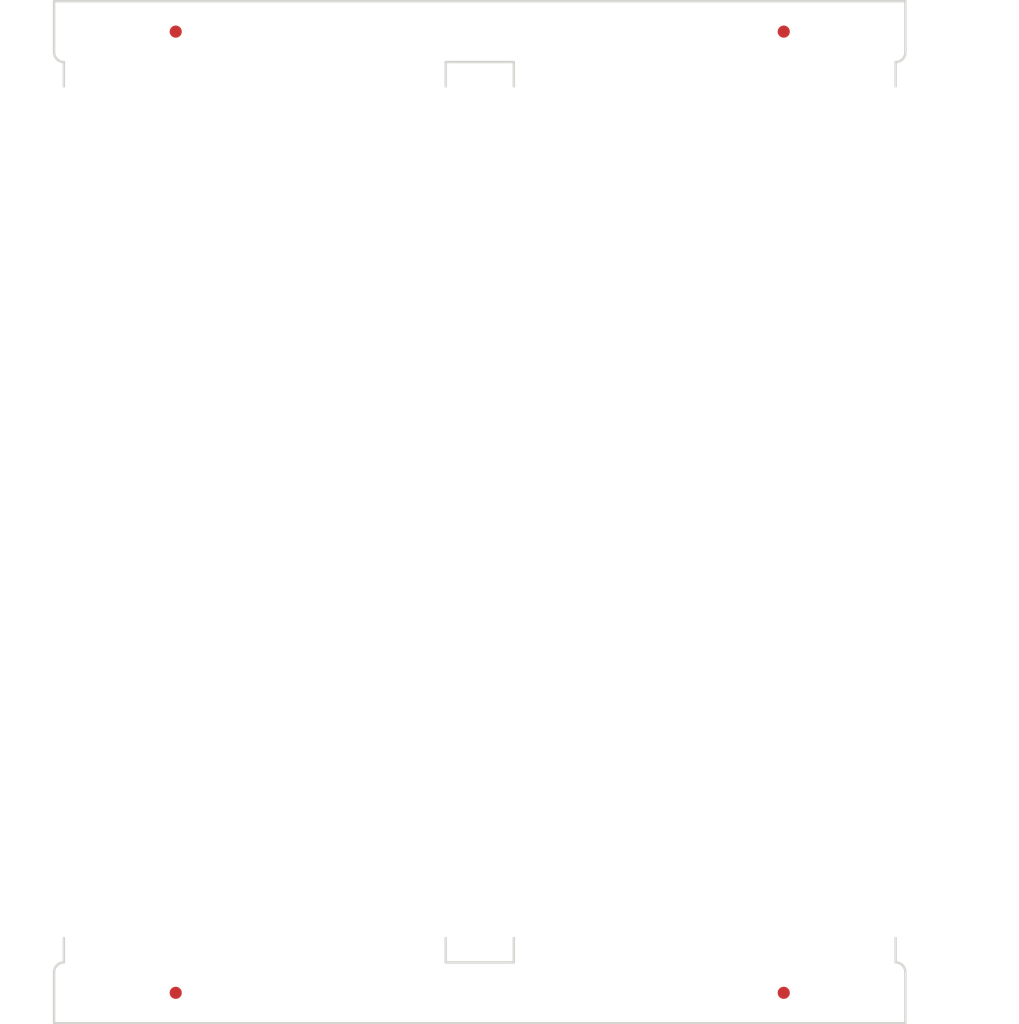
<source format=kicad_pcb>
(kicad_pcb (version 20200104) (host pcbnew "(5.99.0-812-g5d5363396)")

  (general
    (thickness 1.6)
    (drawings 32)
    (tracks 0)
    (modules 8)
    (nets 1)
  )

  (page "A4")
  (title_block
    (title "STM32 DS2480 USB Stick")
    (date "2020-01-26")
    (company "Ali Tekin")
  )

  (layers
    (0 "F.Cu" signal)
    (31 "B.Cu" signal)
    (32 "B.Adhes" user)
    (33 "F.Adhes" user)
    (34 "B.Paste" user)
    (35 "F.Paste" user)
    (36 "B.SilkS" user)
    (37 "F.SilkS" user)
    (38 "B.Mask" user)
    (39 "F.Mask" user)
    (40 "Dwgs.User" user)
    (41 "Cmts.User" user)
    (42 "Eco1.User" user)
    (43 "Eco2.User" user)
    (44 "Edge.Cuts" user)
    (45 "Margin" user)
    (46 "B.CrtYd" user)
    (47 "F.CrtYd" user)
    (48 "B.Fab" user)
    (49 "F.Fab" user)
  )

  (setup
    (last_trace_width 0.25)
    (trace_clearance 0.2)
    (zone_clearance 0.2)
    (zone_45_only no)
    (trace_min 0.2)
    (via_size 0.6)
    (via_drill 0.3)
    (via_min_size 0.4)
    (via_min_drill 0.3)
    (uvia_size 0.3)
    (uvia_drill 0.1)
    (uvias_allowed no)
    (uvia_min_size 0.2)
    (uvia_min_drill 0.1)
    (max_error 0.005)
    (defaults
      (edge_clearance 0.01)
      (edge_cuts_line_width 0.05)
      (courtyard_line_width 0.05)
      (copper_line_width 0.2)
      (copper_text_dims (size 1.5 1.5) (thickness 0.3))
      (silk_line_width 0.12)
      (silk_text_dims (size 1 1) (thickness 0.15))
      (other_layers_line_width 0.1)
      (other_layers_text_dims (size 1 1) (thickness 0.15))
      (dimension_units 0)
      (dimension_precision 1)
    )
    (pad_size 2.5 1.1)
    (pad_drill 0)
    (pad_to_mask_clearance 0.051)
    (solder_mask_min_width 0.25)
    (aux_axis_origin 110 133)
    (visible_elements FFFFFF7F)
    (pcbplotparams
      (layerselection 0x311fc_ffffffff)
      (usegerberextensions false)
      (usegerberattributes false)
      (usegerberadvancedattributes false)
      (creategerberjobfile false)
      (excludeedgelayer true)
      (linewidth 0.100000)
      (plotframeref false)
      (viasonmask false)
      (mode 1)
      (useauxorigin true)
      (hpglpennumber 1)
      (hpglpenspeed 20)
      (hpglpendiameter 15.000000)
      (psnegative false)
      (psa4output false)
      (plotreference true)
      (plotvalue true)
      (plotinvisibletext false)
      (padsonsilk false)
      (subtractmaskfromsilk false)
      (outputformat 1)
      (mirror false)
      (drillshape 0)
      (scaleselection 1)
      (outputdirectory "gerber")
    )
  )

  (net 0 "")

  (net_class "Default" "This is the default net class."
    (clearance 0.2)
    (trace_width 0.25)
    (via_dia 0.6)
    (via_drill 0.3)
    (uvia_dia 0.3)
    (uvia_drill 0.1)
    (diff_pair_width 0.25)
    (diff_pair_gap 0.2)
  )

  (net_class "POWER" ""
    (clearance 0.2)
    (trace_width 0.65)
    (via_dia 0.6)
    (via_drill 0.3)
    (uvia_dia 0.3)
    (uvia_drill 0.1)
    (diff_pair_width 0.25)
    (diff_pair_gap 0.2)
  )

  (module "MountingHole:MountingHole_2mm" locked (layer "F.Cu") (tedit 5B924920) (tstamp 5E2DB375)
    (at 115 130.5 180)
    (descr "Mounting Hole 2mm, no annular")
    (tags "mounting hole 2mm no annular")
    (attr virtual)
    (fp_text reference "REF**" (at 0 -5.3) (layer "F.SilkS") hide
      (effects (font (size 1 1) (thickness 0.15)))
    )
    (fp_text value "MountingHole_2mm" (at 0 5.3) (layer "F.Fab") hide
      (effects (font (size 1 1) (thickness 0.15)))
    )
    (fp_circle (center 0 0) (end 2.25 0) (layer "F.CrtYd") (width 0.05))
    (fp_circle (center 0 0) (end 2 0) (layer "Cmts.User") (width 0.15))
    (fp_text user "%R" (at 0.3 0) (layer "F.Fab") hide
      (effects (font (size 1 1) (thickness 0.15)))
    )
    (pad "" np_thru_hole circle (at 0 0 180) (size 2 2) (drill 2) (layers *.Cu *.Mask))
  )

  (module "MountingHole:MountingHole_2mm" locked (layer "F.Cu") (tedit 5B924920) (tstamp 5E2DB367)
    (at 175 130.5 180)
    (descr "Mounting Hole 2mm, no annular")
    (tags "mounting hole 2mm no annular")
    (attr virtual)
    (fp_text reference "REF**" (at 0 -5.3) (layer "F.SilkS") hide
      (effects (font (size 1 1) (thickness 0.15)))
    )
    (fp_text value "MountingHole_2mm" (at 0 5.3) (layer "F.Fab") hide
      (effects (font (size 1 1) (thickness 0.15)))
    )
    (fp_circle (center 0 0) (end 2.25 0) (layer "F.CrtYd") (width 0.05))
    (fp_circle (center 0 0) (end 2 0) (layer "Cmts.User") (width 0.15))
    (fp_text user "%R" (at 0.3 0) (layer "F.Fab") hide
      (effects (font (size 1 1) (thickness 0.15)))
    )
    (pad "" np_thru_hole circle (at 0 0 180) (size 2 2) (drill 2) (layers *.Cu *.Mask))
  )

  (module "Fiducial:Fiducial_1mm_Mask2mm" locked (layer "F.Cu") (tedit 5C18CB26) (tstamp 5E2DB360)
    (at 120 130.5 180)
    (descr "Circular Fiducial, 1mm bare copper, 2mm soldermask opening (Level A)")
    (tags "fiducial")
    (attr smd)
    (fp_text reference "FID_A2" (at 3.4 0.7) (layer "F.SilkS") hide
      (effects (font (size 1 1) (thickness 0.15)))
    )
    (fp_text value "Fiducial_1mm_Mask2mm" (at 0 -1.8) (layer "F.Fab") hide
      (effects (font (size 1 1) (thickness 0.15)))
    )
    (fp_circle (center 0 0) (end 1.25 0) (layer "F.CrtYd") (width 0.05))
    (fp_text user "%R" (at 0 0) (layer "F.Fab")
      (effects (font (size 0.4 0.4) (thickness 0.06)))
    )
    (fp_circle (center 0 0) (end 1 0) (layer "F.Fab") (width 0.1))
    (pad "" smd circle (at 0 0 180) (size 1 1) (layers "F.Cu" "F.Mask")
      (solder_mask_margin 0.5) (clearance 0.5))
  )

  (module "Fiducial:Fiducial_1mm_Mask2mm" locked (layer "F.Cu") (tedit 5C18CB26) (tstamp 5E2DB359)
    (at 170 130.5 180)
    (descr "Circular Fiducial, 1mm bare copper, 2mm soldermask opening (Level A)")
    (tags "fiducial")
    (attr smd)
    (fp_text reference "FID_A1" (at 3.4 0.7) (layer "F.SilkS") hide
      (effects (font (size 1 1) (thickness 0.15)))
    )
    (fp_text value "Fiducial_1mm_Mask2mm" (at 0 -1.8) (layer "F.Fab") hide
      (effects (font (size 1 1) (thickness 0.15)))
    )
    (fp_circle (center 0 0) (end 1.25 0) (layer "F.CrtYd") (width 0.05))
    (fp_text user "%R" (at 0 0) (layer "F.Fab")
      (effects (font (size 0.4 0.4) (thickness 0.06)))
    )
    (fp_circle (center 0 0) (end 1 0) (layer "F.Fab") (width 0.1))
    (pad "" smd circle (at 0 0 180) (size 1 1) (layers "F.Cu" "F.Mask")
      (solder_mask_margin 0.5) (clearance 0.5))
  )

  (module "MountingHole:MountingHole_2mm" locked (layer "F.Cu") (tedit 5B924920) (tstamp 5E2AC33A)
    (at 115 51.5)
    (descr "Mounting Hole 2mm, no annular")
    (tags "mounting hole 2mm no annular")
    (attr virtual)
    (fp_text reference "REF**" (at 0 -5.3) (layer "F.SilkS") hide
      (effects (font (size 1 1) (thickness 0.15)))
    )
    (fp_text value "MountingHole_2mm" (at 0 5.3) (layer "F.Fab") hide
      (effects (font (size 1 1) (thickness 0.15)))
    )
    (fp_text user "%R" (at 0.3 0) (layer "F.Fab") hide
      (effects (font (size 1 1) (thickness 0.15)))
    )
    (fp_circle (center 0 0) (end 2 0) (layer "Cmts.User") (width 0.15))
    (fp_circle (center 0 0) (end 2.25 0) (layer "F.CrtYd") (width 0.05))
    (pad "" np_thru_hole circle (at 0 0) (size 2 2) (drill 2) (layers *.Cu *.Mask))
  )

  (module "MountingHole:MountingHole_2mm" locked (layer "F.Cu") (tedit 5B924920) (tstamp 5CFDA7B8)
    (at 175 51.5)
    (descr "Mounting Hole 2mm, no annular")
    (tags "mounting hole 2mm no annular")
    (attr virtual)
    (fp_text reference "REF**" (at 0 -5.3) (layer "F.SilkS") hide
      (effects (font (size 1 1) (thickness 0.15)))
    )
    (fp_text value "MountingHole_2mm" (at 0 5.3) (layer "F.Fab") hide
      (effects (font (size 1 1) (thickness 0.15)))
    )
    (fp_text user "%R" (at 0.3 0) (layer "F.Fab") hide
      (effects (font (size 1 1) (thickness 0.15)))
    )
    (fp_circle (center 0 0) (end 2 0) (layer "Cmts.User") (width 0.15))
    (fp_circle (center 0 0) (end 2.25 0) (layer "F.CrtYd") (width 0.05))
    (pad "" np_thru_hole circle (at 0 0) (size 2 2) (drill 2) (layers *.Cu *.Mask))
  )

  (module "Fiducial:Fiducial_1mm_Mask2mm" locked (layer "F.Cu") (tedit 5C18CB26) (tstamp 5CFDD3B6)
    (at 170 51.5)
    (descr "Circular Fiducial, 1mm bare copper, 2mm soldermask opening (Level A)")
    (tags "fiducial")
    (attr smd)
    (fp_text reference "FID_A2" (at 3.4 0.7) (layer "F.SilkS") hide
      (effects (font (size 1 1) (thickness 0.15)))
    )
    (fp_text value "Fiducial_1mm_Mask2mm" (at 0 -1.8) (layer "F.Fab") hide
      (effects (font (size 1 1) (thickness 0.15)))
    )
    (fp_circle (center 0 0) (end 1 0) (layer "F.Fab") (width 0.1))
    (fp_text user "%R" (at 0 0) (layer "F.Fab")
      (effects (font (size 0.4 0.4) (thickness 0.06)))
    )
    (fp_circle (center 0 0) (end 1.25 0) (layer "F.CrtYd") (width 0.05))
    (pad "" smd circle (at 0 0) (size 1 1) (layers "F.Cu" "F.Mask")
      (solder_mask_margin 0.5) (clearance 0.5))
  )

  (module "Fiducial:Fiducial_1mm_Mask2mm" locked (layer "F.Cu") (tedit 5C18CB26) (tstamp 5E2AC310)
    (at 120 51.5)
    (descr "Circular Fiducial, 1mm bare copper, 2mm soldermask opening (Level A)")
    (tags "fiducial")
    (attr smd)
    (fp_text reference "FID_A1" (at 3.4 0.7) (layer "F.SilkS") hide
      (effects (font (size 1 1) (thickness 0.15)))
    )
    (fp_text value "Fiducial_1mm_Mask2mm" (at 0 -1.8) (layer "F.Fab") hide
      (effects (font (size 1 1) (thickness 0.15)))
    )
    (fp_circle (center 0 0) (end 1 0) (layer "F.Fab") (width 0.1))
    (fp_text user "%R" (at 0 0) (layer "F.Fab")
      (effects (font (size 0.4 0.4) (thickness 0.06)))
    )
    (fp_circle (center 0 0) (end 1.25 0) (layer "F.CrtYd") (width 0.05))
    (pad "" smd circle (at 0 0) (size 1 1) (layers "F.Cu" "F.Mask")
      (solder_mask_margin 0.5) (clearance 0.5))
  )

  (gr_line (start 147.8 54) (end 147.8 56) (layer "Edge.Cuts") (width 0.2) (tstamp 5E2DB8E2))
  (gr_line (start 142.2 54) (end 142.2 56) (layer "Edge.Cuts") (width 0.2) (tstamp 5E2DB8E1))
  (gr_line (start 147.8 54) (end 142.2 54) (layer "Edge.Cuts") (width 0.2) (tstamp 5E2DB8E0))
  (gr_line (start 142.2 128) (end 147.8 128) (layer "Edge.Cuts") (width 0.2) (tstamp 5E2DB8DB))
  (gr_line (start 147.8 128) (end 147.8 126) (layer "Edge.Cuts") (width 0.2) (tstamp 5E2DB8D9))
  (gr_line (start 142.2 128) (end 142.2 126) (layer "Edge.Cuts") (width 0.2) (tstamp 5E2DB8D7))
  (gr_text "V-GROOVE" (at 184.4 126) (layer "Dwgs.User") (tstamp 5E2DB8D1)
    (effects (font (size 0.6 0.6) (thickness 0.1)) (justify left))
  )
  (gr_line (start 105.6 126) (end 184.4 126) (layer "Dwgs.User") (width 0.1) (tstamp 5E2DB8D0))
  (gr_line (start 110.8 128) (end 110.8 126) (layer "Edge.Cuts") (width 0.2) (tstamp 5E2DB374))
  (gr_line (start 179.2 128) (end 179.2 126) (layer "Edge.Cuts") (width 0.2) (tstamp 5E2DB373))
  (gr_arc (start 110.8 128.8) (end 110.8 128) (angle -90) (layer "Edge.Cuts") (width 0.2) (tstamp 5E2DB372))
  (gr_arc (start 179.2 128.8) (end 180 128.8) (angle -90) (layer "Edge.Cuts") (width 0.2) (tstamp 5E2DB371))
  (gr_line (start 180 133) (end 110 133) (layer "Edge.Cuts") (width 0.2) (tstamp 5E2DB370))
  (gr_line (start 180 133) (end 180 128.8) (layer "Edge.Cuts") (width 0.2) (tstamp 5E2DB36F))
  (gr_line (start 110 133) (end 110 128.8) (layer "Edge.Cuts") (width 0.2) (tstamp 5E2DB36E))
  (gr_text "V-GROOVE" (at 184.4 112) (layer "Dwgs.User") (tstamp 5E2D91C7)
    (effects (font (size 0.6 0.6) (thickness 0.1)) (justify left))
  )
  (gr_text "V-GROOVE" (at 184.4 98) (layer "Dwgs.User") (tstamp 5E2D91C5)
    (effects (font (size 0.6 0.6) (thickness 0.1)) (justify left))
  )
  (gr_text "V-GROOVE" (at 184.4 84) (layer "Dwgs.User") (tstamp 5E2D91C3)
    (effects (font (size 0.6 0.6) (thickness 0.1)) (justify left))
  )
  (gr_text "V-GROOVE" (at 184.4 70) (layer "Dwgs.User") (tstamp 5E2D91C1)
    (effects (font (size 0.6 0.6) (thickness 0.1)) (justify left))
  )
  (gr_line (start 105.6 112) (end 184.4 112) (layer "Dwgs.User") (width 0.1) (tstamp 5E2D89C3))
  (gr_line (start 105.6 98) (end 184.4 98) (layer "Dwgs.User") (width 0.1) (tstamp 5E2D89C1))
  (gr_line (start 105.6 84) (end 184.4 84) (layer "Dwgs.User") (width 0.1) (tstamp 5E2D89BF))
  (gr_line (start 105.6 70) (end 184.4 70) (layer "Dwgs.User") (width 0.1) (tstamp 5E2D89BD))
  (gr_line (start 179.2 54) (end 179.2 56) (layer "Edge.Cuts") (width 0.2) (tstamp 5E2D2F58))
  (gr_line (start 110.8 54) (end 110.8 56) (layer "Edge.Cuts") (width 0.2))
  (gr_line (start 105.6 56) (end 184.4 56) (layer "Dwgs.User") (width 0.1) (tstamp 5E2D235E))
  (gr_arc (start 110.8 53.2) (end 110 53.2) (angle -90) (layer "Edge.Cuts") (width 0.2) (tstamp 5E2AAF87))
  (gr_arc (start 179.2 53.2) (end 179.2 54) (angle -90) (layer "Edge.Cuts") (width 0.2) (tstamp 5E2AB016))
  (gr_text "V-GROOVE" (at 184.4 56) (layer "Dwgs.User") (tstamp 5E2D2316)
    (effects (font (size 0.6 0.6) (thickness 0.1)) (justify left))
  )
  (gr_line (start 180 49) (end 180 53.2) (layer "Edge.Cuts") (width 0.2) (tstamp 5CFDA00B))
  (gr_line (start 110 49) (end 110 53.2) (layer "Edge.Cuts") (width 0.2) (tstamp 5E2AC2DD))
  (gr_line (start 110 49) (end 180 49) (layer "Edge.Cuts") (width 0.2) (tstamp 5E2D2252))

)

</source>
